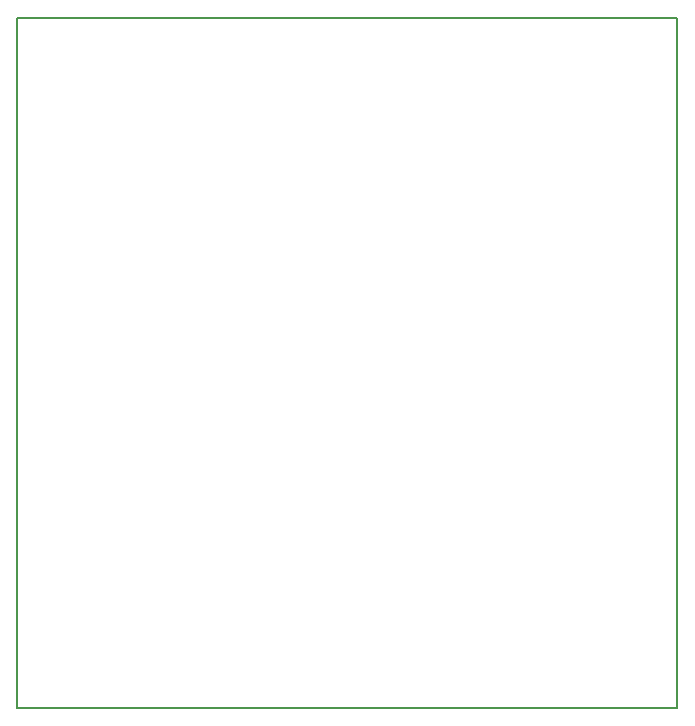
<source format=gbr>
G04 #@! TF.GenerationSoftware,KiCad,Pcbnew,(5.0.0-rc2-dev-185-g935a5ca)*
G04 #@! TF.CreationDate,2018-03-13T10:49:46-05:00*
G04 #@! TF.ProjectId,Power Board,506F77657220426F6172642E6B696361,rev?*
G04 #@! TF.SameCoordinates,Original*
G04 #@! TF.FileFunction,Profile,NP*
%FSLAX46Y46*%
G04 Gerber Fmt 4.6, Leading zero omitted, Abs format (unit mm)*
G04 Created by KiCad (PCBNEW (5.0.0-rc2-dev-185-g935a5ca)) date Tuesday, March 13, 2018 at 10:49:46 AM*
%MOMM*%
%LPD*%
G01*
G04 APERTURE LIST*
%ADD10C,0.150000*%
G04 APERTURE END LIST*
D10*
X195834000Y-141478000D02*
X251714000Y-141478000D01*
X195834000Y-83058000D02*
X195834000Y-141478000D01*
X251714000Y-83058000D02*
X195834000Y-83058000D01*
X251714000Y-141478000D02*
X251714000Y-83058000D01*
M02*

</source>
